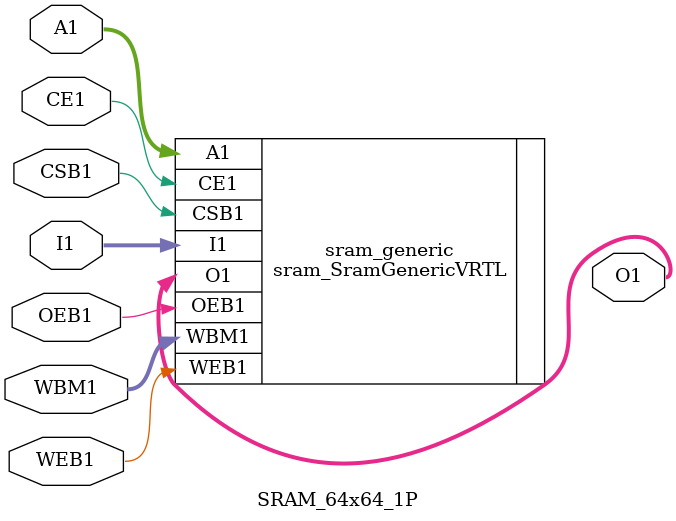
<source format=v>

`ifndef SRAM_64x64_1P
`define SRAM_64x64_1P

`include "sram/SramGenericVRTL.v"

module SRAM_64x64_1P
(
  input         CE1,
  input         WEB1,
  input         OEB1,
  input         CSB1,
  input  [5:0]  A1,
  input  [63:0] I1,
  output [63:0] O1,
  input  [7:0]  WBM1
);

  sram_SramGenericVRTL
  #(
    .p_data_nbits  (64),
    .p_num_entries (64)
  )
  sram_generic
  (
    .CE1  (CE1),
    .A1   (A1),
    .WEB1 (WEB1),
    .WBM1 (WBM1),
    .OEB1 (OEB1),
    .CSB1 (CSB1),
    .I1   (I1),
    .O1   (O1)
  );

endmodule

`endif /* SRAM_64x64_1P */


</source>
